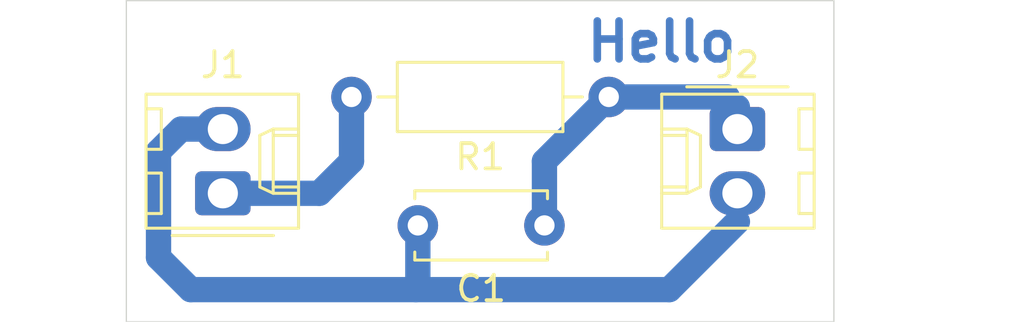
<source format=kicad_pcb>
(kicad_pcb (version 20221018) (generator pcbnew)
  (layers (0 "F.Cu" signal) (31 "B.Cu" signal) (34 "B.Paste" user) (35 "F.Paste" user) (36 "B.SilkS" user "B.Silkscreen") (37 "F.SilkS" user "F.Silkscreen") (38 "B.Mask" user) (39 "F.Mask" user) (44 "Edge.Cuts" user))
  (net 0 "")
  (net 1 "GND")
  (net 2 "Net-(J2-Pin_1)")
  (net 3 "Net-(J1-Pin_1)")
  (footprint "Capacitor_THT:C_Disc_D5.0mm_W2.5mm_P5.00mm" (layer "F.Cu") (at 184.15 87.63 180)
    (fp_text reference "C1" (at 2.5 -2.5) (layer "F.SilkS"))
    (fp_text value "1 uF")
    (fp_line (start -0.12 -1.37) (end -0.12 -1.055) (stroke (width 0.12)) (layer "F.SilkS"))
    (fp_line (start -0.12 -1.37) (end 5.12 -1.37) (stroke (width 0.12)) (layer "F.SilkS"))
    (fp_line (start -0.12 1.055) (end -0.12 1.37) (stroke (width 0.12)) (layer "F.SilkS"))
    (fp_line (start -0.12 1.37) (end 5.12 1.37) (stroke (width 0.12)) (layer "F.SilkS"))
    (fp_line (start 5.12 -1.37) (end 5.12 -1.055) (stroke (width 0.12)) (layer "F.SilkS"))
    (fp_line (start 5.12 1.055) (end 5.12 1.37) (stroke (width 0.12)) (layer "F.SilkS"))
    (pad "1" thru_hole circle (at 0 0 180) (size 1.6 1.6) (drill 0.8) (layers "*.Cu" "*.Mask") (net 2 "Net-(J2-Pin_1)"))
    (pad "2" thru_hole circle (at 5 0 180) (size 1.6 1.6) (drill 0.8) (layers "*.Cu" "*.Mask") (net 1 "GND"))
  )
  (footprint "Connector_Molex:Molex_KK-254_AE-6410-02A_1x02_P2.54mm_Vertical" (layer "F.Cu") (at 171.45 86.36 90)
    (fp_text reference "J1" (at 5.08 0 180) (layer "F.SilkS"))
    (fp_text value "Conn_01x02_Socket")
    (fp_line (start -1.67 -2) (end -1.67 2) (stroke (width 0.12)) (layer "F.SilkS"))
    (fp_line (start -1.38 -3.03) (end -1.38 2.99) (stroke (width 0.12)) (layer "F.SilkS"))
    (fp_line (start -1.38 2.99) (end 3.92 2.99) (stroke (width 0.12)) (layer "F.SilkS"))
    (fp_line (start -0.8 -3.03) (end -0.8 -2.43) (stroke (width 0.12)) (layer "F.SilkS"))
    (fp_line (start -0.8 -2.43) (end 0.8 -2.43) (stroke (width 0.12)) (layer "F.SilkS"))
    (fp_line (start 0 1.99) (end 0.25 1.46) (stroke (width 0.12)) (layer "F.SilkS"))
    (fp_line (start 0 1.99) (end 2.54 1.99) (stroke (width 0.12)) (layer "F.SilkS"))
    (fp_line (start 0 2.99) (end 0 1.99) (stroke (width 0.12)) (layer "F.SilkS"))
    (fp_line (start 0.25 1.46) (end 2.29 1.46) (stroke (width 0.12)) (layer "F.SilkS"))
    (fp_line (start 0.25 2.99) (end 0.25 1.99) (stroke (width 0.12)) (layer "F.SilkS"))
    (fp_line (start 0.8 -2.43) (end 0.8 -3.03) (stroke (width 0.12)) (layer "F.SilkS"))
    (fp_line (start 1.74 -3.03) (end 1.74 -2.43) (stroke (width 0.12)) (layer "F.SilkS"))
    (fp_line (start 1.74 -2.43) (end 3.34 -2.43) (stroke (width 0.12)) (layer "F.SilkS"))
    (fp_line (start 2.29 1.46) (end 2.54 1.99) (stroke (width 0.12)) (layer "F.SilkS"))
    (fp_line (start 2.29 2.99) (end 2.29 1.99) (stroke (width 0.12)) (layer "F.SilkS"))
    (fp_line (start 2.54 1.99) (end 2.54 2.99) (stroke (width 0.12)) (layer "F.SilkS"))
    (fp_line (start 3.34 -2.43) (end 3.34 -3.03) (stroke (width 0.12)) (layer "F.SilkS"))
    (fp_line (start 3.92 -3.03) (end -1.38 -3.03) (stroke (width 0.12)) (layer "F.SilkS"))
    (fp_line (start 3.92 2.99) (end 3.92 -3.03) (stroke (width 0.12)) (layer "F.SilkS"))
    (pad "1" thru_hole roundrect (at 0 0 90) (size 1.74 2.19) (drill 1.19) (layers "*.Cu" "*.Mask") (roundrect_rratio 0.143678) (net 3 "Net-(J1-Pin_1)"))
    (pad "2" thru_hole oval (at 2.54 0 90) (size 1.74 2.19) (drill 1.19) (layers "*.Cu" "*.Mask") (net 1 "GND"))
  )
  (footprint "Resistor_THT:R_Axial_DIN0207_L6.3mm_D2.5mm_P10.16mm_Horizontal" (layer "F.Cu") (at 186.69 82.55 180)
    (fp_text reference "R1" (at 5.08 -2.37) (layer "F.SilkS"))
    (fp_text value "100")
    (fp_line (start 1.04 0) (end 1.81 0) (stroke (width 0.12)) (layer "F.SilkS"))
    (fp_line (start 1.81 -1.37) (end 1.81 1.37) (stroke (width 0.12)) (layer "F.SilkS"))
    (fp_line (start 1.81 1.37) (end 8.35 1.37) (stroke (width 0.12)) (layer "F.SilkS"))
    (fp_line (start 8.35 -1.37) (end 1.81 -1.37) (stroke (width 0.12)) (layer "F.SilkS"))
    (fp_line (start 8.35 1.37) (end 8.35 -1.37) (stroke (width 0.12)) (layer "F.SilkS"))
    (fp_line (start 9.12 0) (end 8.35 0) (stroke (width 0.12)) (layer "F.SilkS"))
    (pad "1" thru_hole circle (at 0 0 180) (size 1.6 1.6) (drill 0.8) (layers "*.Cu" "*.Mask") (net 2 "Net-(J2-Pin_1)"))
    (pad "2" thru_hole oval (at 10.16 0 180) (size 1.6 1.6) (drill 0.8) (layers "*.Cu" "*.Mask") (net 3 "Net-(J1-Pin_1)"))
  )
  (footprint "Connector_Molex:Molex_KK-254_AE-6410-02A_1x02_P2.54mm_Vertical" (layer "F.Cu") (at 191.77 83.82 -90)
    (fp_text reference "J2" (at -2.54 0 180) (layer "F.SilkS"))
    (fp_text value "Conn_01x02_Socket")
    (fp_line (start -1.67 -2) (end -1.67 2) (stroke (width 0.12)) (layer "F.SilkS"))
    (fp_line (start -1.38 -3.03) (end -1.38 2.99) (stroke (width 0.12)) (layer "F.SilkS"))
    (fp_line (start -1.38 2.99) (end 3.92 2.99) (stroke (width 0.12)) (layer "F.SilkS"))
    (fp_line (start -0.8 -3.03) (end -0.8 -2.43) (stroke (width 0.12)) (layer "F.SilkS"))
    (fp_line (start -0.8 -2.43) (end 0.8 -2.43) (stroke (width 0.12)) (layer "F.SilkS"))
    (fp_line (start 0 1.99) (end 0.25 1.46) (stroke (width 0.12)) (layer "F.SilkS"))
    (fp_line (start 0 1.99) (end 2.54 1.99) (stroke (width 0.12)) (layer "F.SilkS"))
    (fp_line (start 0 2.99) (end 0 1.99) (stroke (width 0.12)) (layer "F.SilkS"))
    (fp_line (start 0.25 1.46) (end 2.29 1.46) (stroke (width 0.12)) (layer "F.SilkS"))
    (fp_line (start 0.25 2.99) (end 0.25 1.99) (stroke (width 0.12)) (layer "F.SilkS"))
    (fp_line (start 0.8 -2.43) (end 0.8 -3.03) (stroke (width 0.12)) (layer "F.SilkS"))
    (fp_line (start 1.74 -3.03) (end 1.74 -2.43) (stroke (width 0.12)) (layer "F.SilkS"))
    (fp_line (start 1.74 -2.43) (end 3.34 -2.43) (stroke (width 0.12)) (layer "F.SilkS"))
    (fp_line (start 2.29 1.46) (end 2.54 1.99) (stroke (width 0.12)) (layer "F.SilkS"))
    (fp_line (start 2.29 2.99) (end 2.29 1.99) (stroke (width 0.12)) (layer "F.SilkS"))
    (fp_line (start 2.54 1.99) (end 2.54 2.99) (stroke (width 0.12)) (layer "F.SilkS"))
    (fp_line (start 3.34 -2.43) (end 3.34 -3.03) (stroke (width 0.12)) (layer "F.SilkS"))
    (fp_line (start 3.92 -3.03) (end -1.38 -3.03) (stroke (width 0.12)) (layer "F.SilkS"))
    (fp_line (start 3.92 2.99) (end 3.92 -3.03) (stroke (width 0.12)) (layer "F.SilkS"))
    (pad "1" thru_hole roundrect (at 0 0 270) (size 1.74 2.19) (drill 1.19) (layers "*.Cu" "*.Mask") (roundrect_rratio 0.143678) (net 2 "Net-(J2-Pin_1)"))
    (pad "2" thru_hole oval (at 2.54 0 270) (size 1.74 2.19) (drill 1.19) (layers "*.Cu" "*.Mask") (net 1 "GND"))
  )
  (gr_line (start 167.64 91.44) (end 167.64 78.74) (stroke (width 0.05)) (layer "Edge.Cuts"))
  (gr_line (start 195.58 91.44) (end 167.64 91.44) (stroke (width 0.05)) (layer "Edge.Cuts"))
  (gr_line (start 195.58 78.74) (end 195.58 91.44) (stroke (width 0.05)) (layer "Edge.Cuts"))
  (gr_line (start 167.64 78.74) (end 195.58 78.74) (stroke (width 0.05)) (layer "Edge.Cuts"))
  (gr_text "Hello" (at 188.7728 80.3656) (layer "B.Cu") (effects (font (size 1.5 1.5) (thickness 0.3))))
  (segment (start 170.18 90.17) (end 168.91 88.9) (width 1) (layer "B.Cu") (net 1))
  (segment (start 189.08 90.17) (end 191.77 87.48) (width 1) (layer "B.Cu") (net 1))
  (segment (start 168.91 88.9) (end 168.91 84.709) (width 1) (layer "B.Cu") (net 1))
  (segment (start 179.07 90.17) (end 170.18 90.17) (width 1) (layer "B.Cu") (net 1))
  (segment (start 169.799 83.82) (end 171.45 83.82) (width 1) (layer "B.Cu") (net 1))
  (segment (start 191.77 87.48) (end 191.77 86.36) (width 0.25) (layer "B.Cu") (net 1))
  (segment (start 179.07 90.17) (end 189.08 90.17) (width 1) (layer "B.Cu") (net 1))
  (segment (start 179.15 90.09) (end 179.07 90.17) (width 0.25) (layer "B.Cu") (net 1))
  (segment (start 168.91 84.709) (end 169.799 83.82) (width 1) (layer "B.Cu") (net 1))
  (segment (start 179.15 87.63) (end 179.15 90.09) (width 1) (layer "B.Cu") (net 1))
  (segment (start 191.77 82.95) (end 191.77 83.82) (width 1) (layer "B.Cu") (net 2))
  (segment (start 186.69 82.55) (end 191.37 82.55) (width 1) (layer "B.Cu") (net 2))
  (segment (start 184.15 85.09) (end 186.69 82.55) (width 1) (layer "B.Cu") (net 2))
  (segment (start 191.37 82.55) (end 191.77 82.95) (width 0.25) (layer "B.Cu") (net 2))
  (segment (start 184.15 87.63) (end 184.15 85.09) (width 1) (layer "B.Cu") (net 2))
  (segment (start 171.45 86.36) (end 175.26 86.36) (width 1) (layer "B.Cu") (net 3))
  (segment (start 175.26 86.36) (end 176.53 85.09) (width 1) (layer "B.Cu") (net 3))
  (segment (start 176.53 85.09) (end 176.53 82.55) (width 1) (layer "B.Cu") (net 3))
)
</source>
